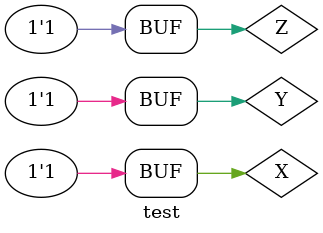
<source format=v>
`timescale 1ns / 1ps


module test;
    reg X, Y, Z;
    wire B, D;
    FullSubtractor f1(.x(X), .y(Y), .z(Z), .b(B), .d(D));
    
    initial
        $monitor($time, "X=%b, Y=%b, Z=%b, B=%b, D=%b", X, Y, Z, B, D);
    
    initial
        begin
            X=1'b0; Y=1'b0; Z=1'b0;
            #5 X=1'b0; Y=1'b0; Z=1'b1;
            #5 X=1'b0; Y=1'b1; Z=1'b0;
            #5 X=1'b0; Y=1'b1; Z=1'b1;
            #5 X=1'b1; Y=1'b0; Z=1'b0;
            #5 X=1'b1; Y=1'b0; Z=1'b1;
            #5 X=1'b1; Y=1'b1; Z=1'b0;
            #5 X=1'b1; Y=1'b1; Z=1'b1;
        end
endmodule

</source>
